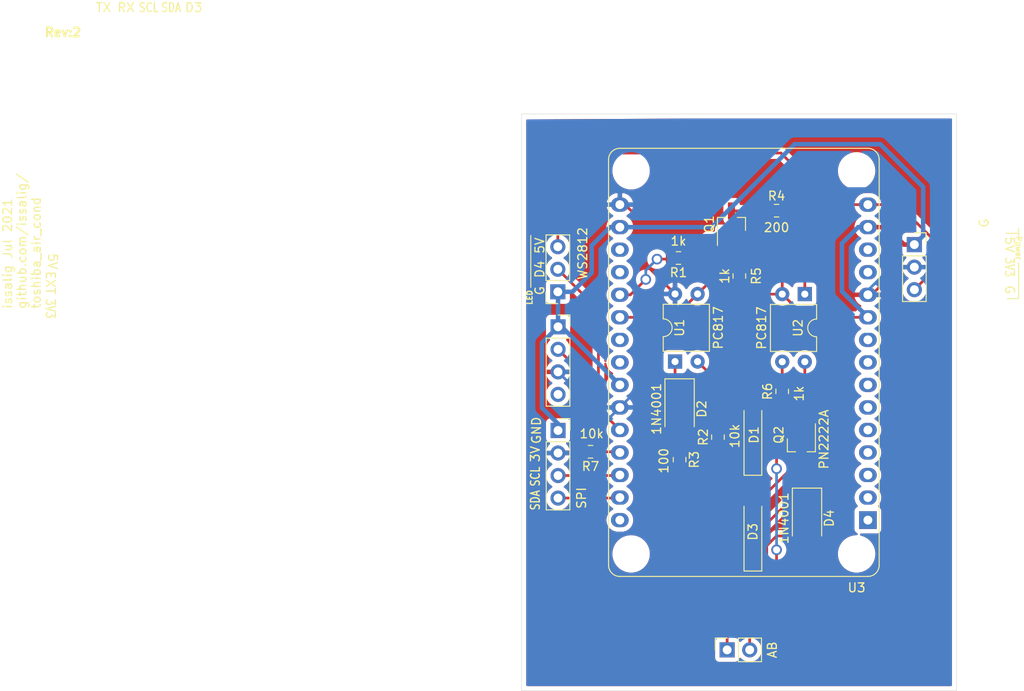
<source format=kicad_pcb>
(kicad_pcb (version 20211014) (generator pcbnew)
  (layers (0 "F.Cu" signal) (31 "B.Cu" signal) (34 "B.Paste" user) (35 "F.Paste" user) (36 "B.SilkS" user "B.Silkscreen") (37 "F.SilkS" user "F.Silkscreen") (38 "B.Mask" user) (39 "F.Mask" user) (44 "Edge.Cuts" user))
  (net 0 "")
  (net 1 "B")
  (net 2 "Net-(D1-Pad1)")
  (net 3 "Net-(D2-Pad1)")
  (net 4 "Net-(D2-Pad2)")
  (net 5 "Net-(D3-Pad1)")
  (net 6 "Net-(D3-Pad2)")
  (net 7 "A")
  (net 8 "3V3")
  (net 9 "GND")
  (net 10 "SCL")
  (net 11 "SDA")
  (net 12 "5V")
  (net 13 "D3")
  (net 14 "ESP_TX")
  (net 15 "ESP_RX")
  (net 16 "D4")
  (net 17 "RST")
  (net 18 "A0")
  (net 19 "D0")
  (net 20 "D5")
  (net 21 "D6")
  (net 22 "D7")
  (net 23 "D8")
  (net 24 "Net-(Q1-Pad2)")
  (net 25 "Net-(Q1-Pad3)")
  (net 26 "Net-(Q2-Pad2)")
  (net 27 "Net-(R6-Pad2)")
  (footprint "Connector_PinSocket_2.54mm:PinSocket_1x02_P2.54mm_Vertical" (layer "F.Cu") (at 136.164 130.404 90)
    (fp_text reference "J4" hide)
    (fp_text value "AB" (at 0 5.08 90) (layer "F.SilkS"))
    (fp_line (start -1.33 1.27) (end 1.33 1.27) (layer "F.SilkS") (width 0.12))
    (fp_line (start 0 -1.33) (end 1.33 -1.33) (layer "F.SilkS") (width 0.12))
    (fp_line (start 1.33 -1.33) (end 1.33 0) (layer "F.SilkS") (width 0.12))
    (fp_line (start 1.33 1.27) (end 1.33 3.87) (layer "F.SilkS") (width 0.12))
    (fp_line (start -1.33 3.87) (end 1.33 3.87) (layer "F.SilkS") (width 0.12))
    (fp_line (start -1.33 1.27) (end -1.33 3.87) (layer "F.SilkS") (width 0.12))
    (pad "1" thru_hole rect locked (at 0 0 90) (size 1.7 1.7) (drill 1) (layers *.Cu *.Mask) (net 7 "A"))
    (pad "2" thru_hole oval locked (at 0 2.54 90) (size 1.7 1.7) (drill 1) (layers *.Cu *.Mask) (net 1 "B"))
  )
  (footprint "airpcb_smd:SOT-23_Reverse_Handsoldering" (layer "F.Cu") (at 136.652 82.423 90)
    (fp_text reference "Q1" (at 0 -2.5 90) (layer "F.SilkS"))
    (fp_text value "PN2222A")
    (fp_line (start 0.76 1.58) (end -0.7 1.58) (layer "F.SilkS") (width 0.12))
    (fp_line (start 0.76 -1.58) (end -2.4 -1.58) (layer "F.SilkS") (width 0.12))
    (fp_line (start 0.76 1.58) (end 0.76 0.65) (layer "F.SilkS") (width 0.12))
    (fp_line (start 0.76 -1.58) (end 0.76 -0.65) (layer "F.SilkS") (width 0.12))
    (pad "1" smd rect locked (at -1.5 0.95 90) (size 1.9 0.8) (layers "F.Cu" "F.Paste" "F.Mask") (net 9 "GND"))
    (pad "2" smd rect locked (at -1.5 -0.95 90) (size 1.9 0.8) (layers "F.Cu" "F.Paste" "F.Mask") (net 24 "Net-(Q1-Pad2)"))
    (pad "3" smd rect locked (at 1.5 0 90) (size 1.9 0.8) (layers "F.Cu" "F.Paste" "F.Mask") (net 25 "Net-(Q1-Pad3)"))
  )
  (footprint "airpcb_smd:SOT-23_Reverse_Handsoldering" (layer "F.Cu") (at 144.526 107.315 -90)
    (fp_text reference "Q2" (at -1.143 2.54 90) (layer "F.SilkS"))
    (fp_text value "PN2222A" (at -0.635 -2.54 90) (layer "F.SilkS"))
    (fp_line (start 0.76 1.58) (end -0.7 1.58) (layer "F.SilkS") (width 0.12))
    (fp_line (start 0.76 -1.58) (end -2.4 -1.58) (layer "F.SilkS") (width 0.12))
    (fp_line (start 0.76 1.58) (end 0.76 0.65) (layer "F.SilkS") (width 0.12))
    (fp_line (start 0.76 -1.58) (end 0.76 -0.65) (layer "F.SilkS") (width 0.12))
    (pad "1" smd rect locked (at -1.5 0.95 270) (size 1.9 0.8) (layers "F.Cu" "F.Paste" "F.Mask") (net 1 "B"))
    (pad "2" smd rect locked (at -1.5 -0.95 270) (size 1.9 0.8) (layers "F.Cu" "F.Paste" "F.Mask") (net 26 "Net-(Q2-Pad2)"))
    (pad "3" smd rect locked (at 1.5 0 270) (size 1.9 0.8) (layers "F.Cu" "F.Paste" "F.Mask") (net 6 "Net-(D3-Pad2)"))
  )
  (footprint "Package_DIP:DIP-4_W7.62mm" (layer "F.Cu") (at 130.297 97.907 90)
    (fp_text reference "U1" (at 3.81 0.508 90) (layer "F.SilkS"))
    (fp_text value "PC817" (at 3.81 4.87 90) (layer "F.SilkS"))
    (fp_line (start 1.16 -1.33) (end 1.16 3.87) (layer "F.SilkS") (width 0.12))
    (fp_line (start 1.16 3.87) (end 6.46 3.87) (layer "F.SilkS") (width 0.12))
    (fp_line (start 2.81 -1.33) (end 1.16 -1.33) (layer "F.SilkS") (width 0.12))
    (fp_line (start 6.46 -1.33) (end 4.81 -1.33) (layer "F.SilkS") (width 0.12))
    (fp_line (start 6.46 3.87) (end 6.46 -1.33) (layer "F.SilkS") (width 0.12))
    (fp_arc (start 4.81 -1.33) (mid 3.81 -0.33) (end 2.81 -1.33) (layer "F.SilkS") (width 0.12))
    (pad "1" thru_hole rect locked (at 0 0 90) (size 1.6 1.6) (drill 0.8) (layers *.Cu *.Mask) (net 3 "Net-(D2-Pad1)"))
    (pad "2" thru_hole oval locked (at 0 2.54 90) (size 1.6 1.6) (drill 0.8) (layers *.Cu *.Mask) (net 2 "Net-(D1-Pad1)"))
    (pad "3" thru_hole oval locked (at 7.62 2.54 90) (size 1.6 1.6) (drill 0.8) (layers *.Cu *.Mask) (net 22 "D7"))
    (pad "4" thru_hole oval locked (at 7.62 0 90) (size 1.6 1.6) (drill 0.8) (layers *.Cu *.Mask) (net 8 "3V3"))
  )
  (footprint "Connector_PinSocket_2.54mm:PinSocket_1x03_P2.54mm_Vertical" (layer "F.Cu") (at 157.251 84.724)
    (fp_text reference "J7" hide)
    (fp_text value "PWR")
    (fp_line (start 1.33 -1.33) (end 1.33 0) (layer "F.SilkS") (width 0.12))
    (fp_line (start -1.33 6.41) (end 1.33 6.41) (layer "F.SilkS") (width 0.12))
    (fp_line (start -1.33 1.27) (end -1.33 6.41) (layer "F.SilkS") (width 0.12))
    (fp_line (start 1.33 1.27) (end 1.33 6.41) (layer "F.SilkS") (width 0.12))
    (fp_line (start -1.33 1.27) (end 1.33 1.27) (layer "F.SilkS") (width 0.12))
    (fp_line (start 0 -1.33) (end 1.33 -1.33) (layer "F.SilkS") (width 0.12))
    (pad "1" thru_hole rect locked (at 0 0) (size 1.7 1.7) (drill 1) (layers *.Cu *.Mask) (net 9 "GND"))
    (pad "2" thru_hole oval locked (at 0 2.54) (size 1.7 1.7) (drill 1) (layers *.Cu *.Mask) (net 8 "3V3"))
    (pad "3" thru_hole oval locked (at 0 5.08) (size 1.7 1.7) (drill 1) (layers *.Cu *.Mask) (net 12 "5V"))
  )
  (footprint "Resistor_SMD:R_0805_2012Metric" (layer "F.Cu") (at 130.81 108.966 -90)
    (fp_text reference "R3" (at 0 -1.65 90) (layer "F.SilkS"))
    (fp_text value "100" (at 0.127 1.778 90) (layer "F.SilkS"))
    (fp_line (start -0.258578 0.71) (end 0.258578 0.71) (layer "F.SilkS") (width 0.12))
    (fp_line (start -0.258578 -0.71) (end 0.258578 -0.71) (layer "F.SilkS") (width 0.12))
    (pad "1" smd roundrect locked (at -0.9375 0 270) (size 0.975 1.4) (layers "F.Cu" "F.Paste" "F.Mask") (net 4 "Net-(D2-Pad2)"))
    (pad "2" smd roundrect locked (at 0.9375 0 270) (size 0.975 1.4) (layers "F.Cu" "F.Paste" "F.Mask") (net 7 "A"))
  )
  (footprint "Resistor_SMD:R_0805_2012Metric" (layer "F.Cu") (at 135.128 106.426 90)
    (fp_text reference "R2" (at 0 -1.65 90) (layer "F.SilkS"))
    (fp_text value "10k" (at 0.127 1.905 90) (layer "F.SilkS"))
    (fp_line (start -0.258578 0.71) (end 0.258578 0.71) (layer "F.SilkS") (width 0.12))
    (fp_line (start -0.258578 -0.71) (end 0.258578 -0.71) (layer "F.SilkS") (width 0.12))
    (pad "1" smd roundrect locked (at -0.9375 0 90) (size 0.975 1.4) (layers "F.Cu" "F.Paste" "F.Mask") (net 7 "A"))
    (pad "2" smd roundrect locked (at 0.9375 0 90) (size 0.975 1.4) (layers "F.Cu" "F.Paste" "F.Mask") (net 2 "Net-(D1-Pad1)"))
  )
  (footprint "Diode_SMD:D_MiniMELF_Handsoldering" (layer "F.Cu") (at 139.065 106.172 90)
    (fp_text reference "D1" (at 0 0.127 90) (layer "F.SilkS"))
    (fp_text value "13")
    (fp_line (start 2.75 -1) (end -4.55 -1) (layer "F.SilkS") (width 0.12))
    (fp_line (start -4.55 1) (end 2.75 1) (layer "F.SilkS") (width 0.12))
    (fp_line (start -4.55 -1) (end -4.55 1) (layer "F.SilkS") (width 0.12))
    (pad "1" smd rect locked (at -2.75 0 90) (size 3.3 1.7) (layers "F.Cu" "F.Paste" "F.Mask") (net 2 "Net-(D1-Pad1)"))
    (pad "2" smd rect locked (at 2.75 0 90) (size 3.3 1.7) (layers "F.Cu" "F.Paste" "F.Mask") (net 1 "B"))
  )
  (footprint "Connector_PinSocket_2.54mm:PinSocket_1x03_P2.54mm_Vertical" (layer "F.Cu") (at 117.094 90.043 180)
    (fp_text reference "J8" hide)
    (fp_text value "WS2812" (at -2.794 4.318 90) (layer "F.SilkS"))
    (fp_line (start 1.33 -1.33) (end 1.33 0) (layer "F.SilkS") (width 0.12))
    (fp_line (start -1.33 1.27) (end -1.33 6.41) (layer "F.SilkS") (width 0.12))
    (fp_line (start -1.33 1.27) (end 1.33 1.27) (layer "F.SilkS") (width 0.12))
    (fp_line (start -1.33 6.41) (end 1.33 6.41) (layer "F.SilkS") (width 0.12))
    (fp_line (start 0 -1.33) (end 1.33 -1.33) (layer "F.SilkS") (width 0.12))
    (fp_line (start 1.33 1.27) (end 1.33 6.41) (layer "F.SilkS") (width 0.12))
    (pad "1" thru_hole rect locked (at 0 0 180) (size 1.7 1.7) (drill 1) (layers *.Cu *.Mask) (net 9 "GND"))
    (pad "2" thru_hole oval locked (at 0 2.54 180) (size 1.7 1.7) (drill 1) (layers *.Cu *.Mask) (net 16 "D4"))
    (pad "3" thru_hole oval locked (at 0 5.08 180) (size 1.7 1.7) (drill 1) (layers *.Cu *.Mask) (net 12 "5V"))
  )
  (footprint "Resistor_SMD:R_0805_2012Metric" (layer "F.Cu") (at 130.683 86.233 180)
    (fp_text reference "R1" (at 0 -1.65) (layer "F.SilkS"))
    (fp_text value "1k" (at 0 1.905) (layer "F.SilkS"))
    (fp_line (start -0.258578 0.71) (end 0.258578 0.71) (layer "F.SilkS") (width 0.12))
    (fp_line (start -0.258578 -0.71) (end 0.258578 -0.71) (layer "F.SilkS") (width 0.12))
    (pad "1" smd roundrect locked (at -0.9375 0 180) (size 0.975 1.4) (layers "F.Cu" "F.Paste" "F.Mask") (net 24 "Net-(Q1-Pad2)"))
    (pad "2" smd roundrect locked (at 0.9375 0 180) (size 0.975 1.4) (layers "F.Cu" "F.Paste" "F.Mask") (net 23 "D8"))
  )
  (footprint "Resistor_SMD:R_0805_2012Metric" (layer "F.Cu") (at 142.367 101.2675 90)
    (fp_text reference "R6" (at 0 -1.65 90) (layer "F.SilkS"))
    (fp_text value "1k" (at -0.254 1.905 90) (layer "F.SilkS"))
    (fp_line (start -0.258578 -0.71) (end 0.258578 -0.71) (layer "F.SilkS") (width 0.12))
    (fp_line (start -0.258578 0.71) (end 0.258578 0.71) (layer "F.SilkS") (width 0.12))
    (pad "1" smd roundrect locked (at -0.9375 0 90) (size 0.975 1.4) (layers "F.Cu" "F.Paste" "F.Mask") (net 26 "Net-(Q2-Pad2)"))
    (pad "2" smd roundrect locked (at 0.9375 0 90) (size 0.975 1.4) (layers "F.Cu" "F.Paste" "F.Mask") (net 27 "Net-(R6-Pad2)"))
  )
  (footprint "Diode_SMD:D_SMA" (layer "F.Cu") (at 130.81 103.251 -90)
    (fp_text reference "D2" (at 0 -2.5 90) (layer "F.SilkS"))
    (fp_text value "1N4001" (at 0 2.6 90) (layer "F.SilkS"))
    (fp_line (start -3.4 -1.65) (end -3.4 1.65) (layer "F.SilkS") (width 0.12))
    (fp_line (start -3.4 -1.65) (end 2 -1.65) (layer "F.SilkS") (width 0.12))
    (fp_line (start -3.4 1.65) (end 2 1.65) (layer "F.SilkS") (width 0.12))
    (pad "1" smd rect locked (at -2 0 270) (size 2.5 1.8) (layers "F.Cu" "F.Paste" "F.Mask") (net 3 "Net-(D2-Pad1)"))
    (pad "2" smd rect locked (at 2 0 270) (size 2.5 1.8) (layers "F.Cu" "F.Paste" "F.Mask") (net 4 "Net-(D2-Pad2)"))
  )
  (footprint "Resistor_SMD:R_0805_2012Metric" (layer "F.Cu") (at 120.777 108.077 180)
    (fp_text reference "R7" (at 0 -1.65) (layer "F.SilkS"))
    (fp_text value "10k" (at -0.127 2.032) (layer "F.SilkS"))
    (fp_line (start -0.258578 -0.71) (end 0.258578 -0.71) (layer "F.SilkS") (width 0.12))
    (fp_line (start -0.258578 0.71) (end 0.258578 0.71) (layer "F.SilkS") (width 0.12))
    (pad "1" smd roundrect locked (at -0.9375 0 180) (size 0.975 1.4) (layers "F.Cu" "F.Paste" "F.Mask") (net 13 "D3"))
    (pad "2" smd roundrect locked (at 0.9375 0 180) (size 0.975 1.4) (layers "F.Cu" "F.Paste" "F.Mask") (net 8 "3V3"))
  )
  (footprint "Connector_PinSocket_2.54mm:PinSocket_1x04_P2.54mm_Vertical" (layer "F.Cu") (at 117.119 93.99)
    (fp_text reference "J2" hide)
    (fp_text value "DHT")
    (fp_line (start 1.33 -1.33) (end 1.33 0) (layer "F.SilkS") (width 0.12))
    (fp_line (start 1.33 1.27) (end 1.33 8.95) (layer "F.SilkS") (width 0.12))
    (fp_line (start 0 -1.33) (end 1.33 -1.33) (layer "F.SilkS") (width 0.12))
    (fp_line (start -1.33 1.27) (end -1.33 8.95) (layer "F.SilkS") (width 0.12))
    (fp_line (start -1.33 8.95) (end 1.33 8.95) (layer "F.SilkS") (width 0.12))
    (fp_line (start -1.33 1.27) (end 1.33 1.27) (layer "F.SilkS") (width 0.12))
    (pad "1" thru_hole rect locked (at 0 0) (size 1.7 1.7) (drill 1) (layers *.Cu *.Mask) (net 9 "GND"))
    (pad "2" thru_hole oval locked (at 0 2.54) (size 1.7 1.7) (drill 1) (layers *.Cu *.Mask) (net 13 "D3"))
    (pad "3" thru_hole oval locked (at 0 5.08) (size 1.7 1.7) (drill 1) (layers *.Cu *.Mask) (net 8 "3V3"))
    (pad "4" thru_hole oval locked (at 0 7.62) (size 1.7 1.7) (drill 1) (layers *.Cu *.Mask))
  )
  (footprint "Diode_SMD:D_SMA" (layer "F.Cu") (at 145.161 115.57 -90)
    (fp_text reference "D4" (at 0 -2.5 90) (layer "F.SilkS"))
    (fp_text value "1N4001" (at 0 2.6 90) (layer "F.SilkS"))
    (fp_line (start -3.4 -1.65) (end 2 -1.65) (layer "F.SilkS") (width 0.12))
    (fp_line (start -3.4 1.65) (end 2 1.65) (layer "F.SilkS") (width 0.12))
    (fp_line (start -3.4 -1.65) (end -3.4 1.65) (layer "F.SilkS") (width 0.12))
    (pad "1" smd rect locked (at -2 0 270) (size 2.5 1.8) (layers "F.Cu" "F.Paste" "F.Mask") (net 5 "Net-(D3-Pad1)"))
    (pad "2" smd rect locked (at 2 0 270) (size 2.5 1.8) (layers "F.Cu" "F.Paste" "F.Mask") (net 7 "A"))
  )
  (footprint "Connector_PinSocket_2.54mm:PinSocket_1x04_P2.54mm_Vertical" (layer "F.Cu") (at 117.119 105.674)
    (fp_text reference "J1" hide)
    (fp_text value "SPI" (at 2.642 7.61 270) (layer "F.SilkS"))
    (fp_line (start 1.33 -1.33) (end 1.33 0) (layer "F.SilkS") (width 0.12))
    (fp_line (start -1.33 1.27) (end -1.33 8.95) (layer "F.SilkS") (width 0.12))
    (fp_line (start -1.33 8.95) (end 1.33 8.95) (layer "F.SilkS") (width 0.12))
    (fp_line (start 1.33 1.27) (end 1.33 8.95) (layer "F.SilkS") (width 0.12))
    (fp_line (start 0 -1.33) (end 1.33 -1.33) (layer "F.SilkS") (width 0.12))
    (fp_line (start -1.33 1.27) (end 1.33 1.27) (layer "F.SilkS") (width 0.12))
    (pad "1" thru_hole rect locked (at 0 0) (size 1.7 1.7) (drill 1) (layers *.Cu *.Mask) (net 9 "GND"))
    (pad "2" thru_hole oval locked (at 0 2.54) (size 1.7 1.7) (drill 1) (layers *.Cu *.Mask) (net 8 "3V3"))
    (pad "3" thru_hole oval locked (at 0 5.08) (size 1.7 1.7) (drill 1) (layers *.Cu *.Mask) (net 10 "SCL"))
    (pad "4" thru_hole oval locked (at 0 7.62) (size 1.7 1.7) (drill 1) (layers *.Cu *.Mask) (net 11 "SDA"))
  )
  (footprint "Resistor_SMD:R_0805_2012Metric" (layer "F.Cu") (at 141.732 80.899)
    (fp_text reference "R4" (at 0 -1.65) (layer "F.SilkS"))
    (fp_text value "200" (at 0 1.905) (layer "F.SilkS"))
    (fp_line (start -0.258578 0.71) (end 0.258578 0.71) (layer "F.SilkS") (width 0.12))
    (fp_line (start -0.258578 -0.71) (end 0.258578 -0.71) (layer "F.SilkS") (width 0.12))
    (pad "1" smd roundrect locked (at -0.9375 0) (size 0.975 1.4) (layers "F.Cu" "F.Paste" "F.Mask") (net 25 "Net-(Q1-Pad3)"))
    (pad "2" smd roundrect locked (at 0.9375 0) (size 0.975 1.4) (layers "F.Cu" "F.Paste" "F.Mask") (net 8 "3V3"))
  )
  (footprint "nodemcu:NodeMCU_ESP-12E_WithMountingHoles" (layer "F.Cu") (at 152.019 115.7785 180)
    (fp_text reference "U3" (at 1.27 -7.62) (layer "F.SilkS"))
    (fp_text value "NodeMCU_ESP-12E")
    (fp_line (start 27.94 -6.35) (end 0 -6.35) (layer "F.SilkS") (width 0.12))
    (fp_line (start 29.21 -5.08) (end 29.21 40.64) (layer "F.SilkS") (width 0.12))
    (fp_line (start 27.95 41.91) (end 0 41.91) (layer "F.SilkS") (width 0.12))
    (fp_line (start -1.27 -5.08) (end -1.27 40.64) (layer "F.SilkS") (width 0.12))
    (fp_arc (start 27.94 -6.35) (mid 28.838026 -5.978026) (end 29.21 -5.08) (layer "F.SilkS") (width 0.12))
    (fp_arc (start -1.27 -5.08) (mid -0.898026 -5.978026) (end 0 -6.35) (layer "F.SilkS") (width 0.12))
    (fp_arc (start 29.21 40.64) (mid 28.841554 41.534483) (end 27.95 41.909961) (layer "F.SilkS") (width 0.12))
    (fp_arc (start 0 41.91) (mid -0.898026 41.538026) (end -1.27 40.64) (layer "F.SilkS") (width 0.12))
    (pad "" np_thru_hole circle locked (at 26.67 39.37 270) (size 3.2 3.2) (drill 3.2) (layers *.Cu *.Mask))
    (pad "" np_thru_hole circle locked (at 26.67 -3.81 270) (size 3.2 3.2) (drill 3.2) (layers *.Cu *.Mask))
    (pad "" np_thru_hole circle locked (at 1.27 39.37 270) (size 3.2 3.2) (drill 3.2) (layers *.Cu *.Mask))
    (pad "" np_thru_hole circle locked (at 1.27 -3.81 270) (size 3.2 3.2) (drill 3.2) (layers *.Cu *.Mask))
    (pad "1" thru_hole rect locked (at 0 0 180) (size 2 2) (drill 1) (layers *.Cu *.Mask))
    (pad "2" thru_hole oval locked (at 0 2.54 180) (size 2 1.6) (drill 1) (layers *.Cu *.Mask) (net 18 "A0"))
    (pad "3" thru_hole oval locked (at 0 5.08 180) (size 2 1.6) (drill 1) (layers *.Cu *.Mask))
    (pad "4" thru_hole oval locked (at 0 7.62 180) (size 2 1.6) (drill 1) (layers *.Cu *.Mask))
    (pad "5" thru_hole oval locked (at 0 10.16 180) (size 2 1.6) (drill 1) (layers *.Cu *.Mask))
    (pad "6" thru_hole oval locked (at 0 12.7 180) (size 2 1.6) (drill 1) (layers *.Cu *.Mask))
    (pad "7" thru_hole oval locked (at 0 15.24 180) (size 2 1.6) (drill 1) (layers *.Cu *.Mask))
    (pad "8" thru_hole oval locked (at 0 17.78 180) (size 2 1.6) (drill 1) (layers *.Cu *.Mask))
    (pad "9" thru_hole oval locked (at 0 20.32 180) (size 2 1.6) (drill 1) (layers *.Cu *.Mask))
    (pad "10" thru_hole oval locked (at 0 22.86 180) (size 2 1.6) (drill 1) (layers *.Cu *.Mask) (net 9 "GND"))
    (pad "11" thru_hole oval locked (at 0 25.4 180) (size 2 1.6) (drill 1) (layers *.Cu *.Mask) (net 8 "3V3"))
    (pad "12" thru_hole oval locked (at 0 27.94 180) (size 2 1.6) (drill 1) (layers *.Cu *.Mask))
    (pad "13" thru_hole oval locked (at 0 30.48 180) (size 2 1.6) (drill 1) (layers *.Cu *.Mask) (net 17 "RST"))
    (pad "14" thru_hole oval locked (at 0 33.02 180) (size 2 1.6) (drill 1) (layers *.Cu *.Mask) (net 9 "GND"))
    (pad "15" thru_hole oval locked (at 0 35.56 180) (size 2 1.6) (drill 1) (layers *.Cu *.Mask) (net 12 "5V"))
    (pad "16" thru_hole oval locked (at 27.94 35.56 180) (size 2 1.6) (drill 1) (layers *.Cu *.Mask) (net 8 "3V3"))
    (pad "17" thru_hole oval locked (at 27.94 33.02 180) (size 2 1.6) (drill 1) (layers *.Cu *.Mask) (net 9 "GND"))
    (pad "18" thru_hole oval locked (at 27.94 30.48 180) (size 2 1.6) (drill 1) (layers *.Cu *.Mask) (net 14 "ESP_TX"))
    (pad "19" thru_hole oval locked (at 27.94 27.94 180) (size 2 1.6) (drill 1) (layers *.Cu *.Mask) (net 15 "ESP_RX"))
    (pad "20" thru_hole oval locked (at 27.94 25.4 180) (size 2 1.6) (drill 1) (layers *.Cu *.Mask) (net 23 "D8"))
    (pad "21" thru_hole oval locked (at 27.94 22.86 180) (size 2 1.6) (drill 1) (layers *.Cu *.Mask) (net 22 "D7"))
    (pad "22" thru_hole oval locked (at 27.94 20.32 180) (size 2 1.6) (drill 1) (layers *.Cu *.Mask) (net 21 "D6"))
    (pad "23" thru_hole oval locked (at 27.94 17.78 180) (size 2 1.6) (drill 1) (layers *.Cu *.Mask) (net 20 "D5"))
    (pad "24" thru_hole oval locked (at 27.94 15.24 180) (size 2 1.6) (drill 1) (layers *.Cu *.Mask) (net 9 "GND"))
    (pad "25" thru_hole oval locked (at 27.94 12.7 180) (size 2 1.6) (drill 1) (layers *.Cu *.Mask) (net 8 "3V3"))
    (pad "26" thru_hole oval locked (at 27.94 10.16 180) (size 2 1.6) (drill 1) (layers *.Cu *.Mask) (net 16 "D4"))
    (pad "27" thru_hole oval locked (at 27.94 7.62 180) (size 2 1.6) (drill 1) (layers *.Cu *.Mask) (net 13 "D3"))
    (pad "28" thru_hole oval locked (at 27.94 5.08 180) (size 2 1.6) (drill 1) (layers *.Cu *.Mask) (net 10 "SCL"))
    (pad "29" thru_hole oval locked (at 27.94 2.54 180) (size 2 1.6) (drill 1) (layers *.Cu *.Mask) (net 11 "SDA"))
    (pad "30" thru_hole oval locked (at 27.94 0 180) (size 2 1.6) (drill 1) (layers *.Cu *.Mask) (net 19 "D0"))
  )
  (footprint "Diode_SMD:D_MiniMELF_Handsoldering" (layer "F.Cu") (at 139.065 116.967 90)
    (fp_text reference "D3" (at -0.127 0 90) (layer "F.SilkS"))
    (fp_text value "13")
    (fp_line (start -4.55 -1) (end -4.55 1) (layer "F.SilkS") (width 0.12))
    (fp_line (start -4.55 1) (end 2.75 1) (layer "F.SilkS") (width 0.12))
    (fp_line (start 2.75 -1) (end -4.55 -1) (layer "F.SilkS") (width 0.12))
    (pad "1" smd rect locked (at -2.75 0 90) (size 3.3 1.7) (layers "F.Cu" "F.Paste" "F.Mask") (net 5 "Net-(D3-Pad1)"))
    (pad "2" smd rect locked (at 2.75 0 90) (size 3.3 1.7) (layers "F.Cu" "F.Paste" "F.Mask") (net 6 "Net-(D3-Pad2)"))
  )
  (footprint "Resistor_SMD:R_0805_2012Metric" (layer "F.Cu") (at 137.541 88.265 -90)
    (fp_text reference "R5" (at 0 -1.905 90) (layer "F.SilkS"))
    (fp_text value "1k" (at 0 1.651 90) (layer "F.SilkS"))
    (fp_line (start -0.258578 -0.71) (end 0.258578 -0.71) (layer "F.SilkS") (width 0.12))
    (fp_line (start -0.258578 0.71) (end 0.258578 0.71) (layer "F.SilkS") (width 0.12))
    (pad "1" smd roundrect locked (at -0.9375 0 270) (size 0.975 1.4) (layers "F.Cu" "F.Paste" "F.Mask") (net 22 "D7"))
    (pad "2" smd roundrect locked (at 0.9375 0 270) (size 0.975 1.4) (layers "F.Cu" "F.Paste" "F.Mask") (net 9 "GND"))
  )
  (footprint "Package_DIP:DIP-4_W7.62mm" (layer "F.Cu") (at 144.912 90.307 -90)
    (fp_text reference "U2" (at 3.81 0.762 90) (layer "F.SilkS"))
    (fp_text value "PC817" (at 3.81 4.87 90) (layer "F.SilkS"))
    (fp_line (start 6.46 -1.33) (end 4.81 -1.33) (layer "F.SilkS") (width 0.12))
    (fp_line (start 1.16 -1.33) (end 1.16 3.87) (layer "F.SilkS") (width 0.12))
    (fp_line (start 2.81 -1.33) (end 1.16 -1.33) (layer "F.SilkS") (width 0.12))
    (fp_line (start 1.16 3.87) (end 6.46 3.87) (layer "F.SilkS") (width 0.12))
    (fp_line (start 6.46 3.87) (end 6.46 -1.33) (layer "F.SilkS") (width 0.12))
    (fp_arc (start 4.81 -1.33) (mid 3.81 -0.33) (end 2.81 -1.33) (layer "F.SilkS") (width 0.12))
    (pad "1" thru_hole rect locked (at 0 0 270) (size 1.6 1.6) (drill 0.8) (layers *.Cu *.Mask) (net 25 "Net-(Q1-Pad3)"))
    (pad "2" thru_hole oval locked (at 0 2.54 270) (size 1.6 1.6) (drill 0.8) (layers *.Cu *.Mask) (net 9 "GND"))
    (pad "3" thru_hole oval locked (at 7.62 2.54 270) (size 1.6 1.6) (drill 0.8) (layers *.Cu *.Mask) (net 27 "Net-(R6-Pad2)"))
    (pad "4" thru_hole oval locked (at 7.62 0 270) (size 1.6 1.6) (drill 0.8) (layers *.Cu *.Mask) (net 5 "Net-(D3-Pad1)"))
  )
  (gr_line (start 114.046 83.693) (end 114.046 89.535) (layer "F.SilkS") (width 0.12))
  (gr_line (start 169 82.946) (end 169 83.454) (layer "F.SilkS") (width 0.12))
  (gr_line (start 169 90.82) (end 167.73 90.82) (layer "F.SilkS") (width 0.12))
  (gr_line (start 169 86.756) (end 169 90.82) (layer "F.SilkS") (width 0.12))
  (gr_line (start 169 83.454) (end 167.603 83.454) (layer "F.SilkS") (width 0.12))
  (gr_line (start 169 83.454) (end 169 83.708) (layer "F.SilkS") (width 0.12))
  (gr_line (start 113 70) (end 162 70) (layer "Edge.Cuts") (width 0.05))
  (gr_line (start 113 135) (end 113 70) (layer "Edge.Cuts") (width 0.05))
  (gr_line (start 162 70) (end 162 135) (layer "Edge.Cuts") (width 0.05))
  (gr_line (start 162 135) (end 113 135) (layer "Edge.Cuts") (width 0.05))
  (gr_text "G" (at 165.1 82.296 90) (layer "F.SilkS") (effects (font (size 1 1))))
  (gr_text "issalig Jul 2021\ngithub.com/issalig/\ntoshiba_air_cond" (at 56.719 92.045 90) (layer "F.SilkS") (effects (font (size 1 1)) (justify left)))
  (gr_text "G" (at 167.984 89.804 270) (layer "F.SilkS") (effects (font (size 1 1))))
  (gr_text "SDA" (at 114.554 113.538 90) (layer "F.SilkS") (effects (font (size 1 0.8))))
  (gr_text "G" (at 115.062 89.916 90) (layer "F.SilkS") (effects (font (size 1 1))))
  (gr_text "5V" (at 115.062 84.836 90) (layer "F.SilkS") (effects (font (size 1 1))))
  (gr_text "D4" (at 115.062 87.503 90) (layer "F.SilkS") (effects (font (size 1 1))))
  (gr_text "GND" (at 114.681 105.664 90) (layer "F.SilkS") (effects (font (size 1 1))))
  (gr_text "3V" (at 114.554 108.331 90) (layer "F.SilkS") (effects (font (size 1 1))))
  (gr_text "SCL" (at 114.554 110.871 90) (layer "F.SilkS") (effects (font (size 1 0.8))))
  (gr_text "5V" (at 167.984 84.724 270) (layer "F.SilkS") (effects (font (size 1 1))))
  (gr_text "3V3" (at 167.984 87.264 270) (layer "F.SilkS") (effects (font (size 1 0.8))))
  (gr_text "D3" (at 76.08 58) (layer "F.SilkS") (effects (font (size 1 1))))
  (gr_text "SDA" (at 73.54 58) (layer "F.SilkS") (effects (font (size 1 0.8))))
  (gr_text "SCL" (at 71 58) (layer "F.SilkS") (effects (font (size 1 0.8))))
  (gr_text "RX" (at 68.46 58) (layer "F.SilkS") (effects (font (size 1 1))))
  (gr_text "TX" (at 65.92 58) (layer "F.SilkS") (effects (font (size 1 1))))
  (gr_text "3V3" (at 59.944 91.948 270) (layer "F.SilkS") (effects (font (size 1 0.8))))
  (gr_text "5V" (at 60.198 86.614 270) (layer "F.SilkS") (effects (font (size 1 1))))
  (gr_text "Rev:2" (at 61.348 60.794) (layer "F.SilkS") (effects (font (size 1 1) (thickness 0.25))))
  (gr_text "EXT" (at 59.944 89.027 270) (layer "F.SilkS") (effects (font (size 1 1))))
  (gr_text "Power" (at 169 85.105 270) (layer "F.SilkS") (effects (font (size 0.6 0.6))))
  (gr_text "LED" (at 113.919 90.678 90) (layer "F.SilkS") (effects (font (size 0.6 0.6))))
  (segment (start 141.732 109.982) (end 141.732 108.204) (width 0.3048) (layer "F.Cu") (net 1))
  (segment (start 141.732 121.92) (end 141.732 119.126) (width 0.3048) (layer "F.Cu") (net 1))
  (segment (start 138.704 130.404) (end 138.704 124.948) (width 0.3048) (layer "F.Cu") (net 1))
  (segment (start 141.183 103.422) (end 143.576 105.815) (width 0.3048) (layer "F.Cu") (net 1))
  (segment (start 139.065 103.422) (end 141.183 103.422) (width 0.3048) (layer "F.Cu") (net 1))
  (segment (start 138.704 124.948) (end 141.732 121.92) (width 0.3048) (layer "F.Cu") (net 1))
  (segment (start 141.732 108.204) (end 143.576 106.36) (width 0.3048) (layer "F.Cu") (net 1))
  (segment (start 143.576 106.36) (end 143.576 105.815) (width 0.3048) (layer "F.Cu") (net 1))
  (via (at 141.732 119.126) (size 1.2) (drill 0.8) (layers "F.Cu" "B.Cu") (net 1))
  (via (at 141.732 109.982) (size 1.2) (drill 0.8) (layers "F.Cu" "B.Cu") (net 1))
  (segment (start 141.732 119.126) (end 141.732 109.982) (width 0.3048) (layer "B.Cu") (net 1))
  (segment (start 139.065 108.922) (end 137.878 108.922) (width 0.3048) (layer "F.Cu") (net 2))
  (segment (start 136.398 105.41) (end 135.2065 105.41) (width 0.3048) (layer "F.Cu") (net 2))
  (segment (start 132.837 97.907) (end 135.128 100.198) (width 0.3048) (layer "F.Cu") (net 2))
  (segment (start 135.2065 105.41) (end 135.128 105.4885) (width 0.3048) (layer "F.Cu") (net 2))
  (segment (start 137.16 106.172) (end 136.398 105.41) (width 0.3048) (layer "F.Cu") (net 2))
  (segment (start 135.128 100.198) (end 135.128 105.4885) (width 0.3048) (layer "F.Cu") (net 2))
  (segment (start 137.16 108.204) (end 137.16 106.172) (width 0.3048) (layer "F.Cu") (net 2))
  (segment (start 137.878 108.922) (end 137.16 108.204) (width 0.3048) (layer "F.Cu") (net 2))
  (segment (start 130.297 99.309) (end 130.297 97.907) (width 0.3048) (layer "F.Cu") (net 3))
  (segment (start 130.81 101.251) (end 130.81 99.822) (width 0.3048) (layer "F.Cu") (net 3))
  (segment (start 130.81 99.822) (end 130.297 99.309) (width 0.3048) (layer "F.Cu") (net 3))
  (segment (start 130.81 108.0285) (end 130.81 105.251) (width 0.3048) (layer "F.Cu") (net 4))
  (segment (start 139.065 119.717) (end 139.065 117.729) (width 0.3048) (layer "F.Cu") (net 5))
  (segment (start 139.065 117.729) (end 143.224 113.57) (width 0.3048) (layer "F.Cu") (net 5))
  (segment (start 144.912 97.927) (end 144.912 101.732) (width 0.3048) (layer "F.Cu") (net 5))
  (segment (start 147.066 109.474) (end 145.161 111.379) (width 0.3048) (layer "F.Cu") (net 5))
  (segment (start 143.224 113.57) (end 145.161 113.57) (width 0.3048) (layer "F.Cu") (net 5))
  (segment (start 144.912 101.732) (end 147.066 103.886) (width 0.3048) (layer "F.Cu") (net 5))
  (segment (start 145.161 111.379) (end 145.161 113.57) (width 0.3048) (layer "F.Cu") (net 5))
  (segment (start 147.066 103.886) (end 147.066 109.474) (width 0.3048) (layer "F.Cu") (net 5))
  (segment (start 139.124 114.217) (end 139.065 114.217) (width 0.3048) (layer "F.Cu") (net 6))
  (segment (start 144.526 108.815) (end 139.124 114.217) (width 0.3048) (layer "F.Cu") (net 6))
  (segment (start 135.128 107.3635) (end 135.128 108.712) (width 0.3048) (layer "F.Cu") (net 7))
  (segment (start 140.624489 121.757511) (end 136.164 126.218) (width 0.3048) (layer "F.Cu") (net 7))
  (segment (start 130.81 113.538) (end 136.164 118.892) (width 0.3048) (layer "F.Cu") (net 7))
  (segment (start 130.81 109.9035) (end 130.81 113.538) (width 0.3048) (layer "F.Cu") (net 7))
  (segment (start 141.721742 117.57) (end 140.624489 118.667253) (width 0.3048) (layer "F.Cu") (net 7))
  (segment (start 136.164 118.892) (end 136.164 126.726) (width 0.3048) (layer "F.Cu") (net 7))
  (segment (start 135.128 108.712) (end 133.9365 109.9035) (width 0.3048) (layer "F.Cu") (net 7))
  (segment (start 136.164 130.404) (end 136.164 126.726) (width 0.3048) (layer "F.Cu") (net 7))
  (segment (start 136.164 126.218) (end 136.164 126.726) (width 0.3048) (layer "F.Cu") (net 7))
  (segment (start 145.161 117.57) (end 141.721742 117.57) (width 0.3048) (layer "F.Cu") (net 7))
  (segment (start 133.9365 109.9035) (end 130.81 109.9035) (width 0.3048) (layer "F.Cu") (net 7))
  (segment (start 140.624489 118.667253) (end 140.624489 121.757511) (width 0.3048) (layer "F.Cu") (net 7))
  (segment (start 142.6695 83.6445) (end 149.4035 90.3785) (width 0.3048) (layer "F.Cu") (net 8))
  (segment (start 152.019 90.3785) (end 152.4455 90.3785) (width 0.3048) (layer "F.Cu") (net 8))
  (segment (start 149.4035 90.3785) (end 152.019 90.3785) (width 0.3048) (layer "F.Cu") (net 8))
  (segment (start 117.256 108.077) (end 117.119 108.214) (width 0.3048) (layer "F.Cu") (net 8))
  (segment (start 119.8395 108.077) (end 117.256 108.077) (width 0.3048) (layer "F.Cu") (net 8))
  (segment (start 142.6695 83.6445) (end 142.6695 80.899) (width 0.3048) (layer "F.Cu") (net 8))
  (segment (start 126.746 86.736) (end 126.746 82.296) (width 0.3048) (layer "F.Cu") (net 8))
  (segment (start 152.4455 90.3785) (end 155.56 87.264) (width 0.3048) (layer "F.Cu") (net 8))
  (segment (start 126.746 82.296) (end 124.6685 80.2185) (width 0.3048) (layer "F.Cu") (net 8))
  (segment (start 155.56 87.264) (end 157.251 87.264) (width 0.3048) (layer "F.Cu") (net 8))
  (segment (start 130.297 90.287) (end 126.746 86.736) (width 0.3048) (layer "F.Cu") (net 8))
  (segment (start 124.6685 80.2185) (end 124.079 80.2185) (width 0.3048) (layer "F.Cu") (net 8))
  (segment (start 140.537579 78.410421) (end 153.340421 78.410421) (width 0.3048) (layer "B.Cu") (net 8))
  (segment (start 117.119 108.214) (end 118.9435 108.214) (width 0.3048) (layer "B.Cu") (net 8))
  (segment (start 154.94 86.966612) (end 152.019 89.887612) (width 0.3048) (layer "B.Cu") (net 8))
  (segment (start 127.762 99.3955) (end 127.762 95.504) (width 0.3048) (layer "B.Cu") (net 8))
  (segment (start 130.297 88.651) (end 140.537579 78.410421) (width 0.3048) (layer "B.Cu") (net 8))
  (segment (start 118.9435 108.214) (end 124.079 103.0785) (width 0.3048) (layer "B.Cu") (net 8))
  (segment (start 124.079 103.0785) (end 121.1275 103.0785) (width 0.3048) (layer "B.Cu") (net 8))
  (segment (start 121.1275 103.0785) (end 117.119 99.07) (width 0.3048) (layer "B.Cu") (net 8))
  (segment (start 152.019 89.887612) (end 152.019 90.3785) (width 0.3048) (layer "B.Cu") (net 8))
  (segment (start 130.297 90.287) (end 130.297 88.651) (width 0.3048) (layer "B.Cu") (net 8))
  (segment (start 153.340421 78.410421) (end 154.94 80.01) (width 0.3048) (layer "B.Cu") (net 8))
  (segment (start 130.297 92.969) (end 130.297 90.287) (width 0.3048) (layer "B.Cu") (net 8))
  (segment (start 124.079 103.0785) (end 127.762 99.3955) (width 0.3048) (layer "B.Cu") (net 8))
  (segment (start 154.94 80.01) (end 154.94 86.966612) (width 0.3048) (layer "B.Cu") (net 8))
  (segment (start 127.762 95.504) (end 130.297 92.969) (width 0.3048) (layer "B.Cu") (net 8))
  (segment (start 138.6455 90.307) (end 142.372 90.307) (width 0.3048) (layer "F.Cu") (net 9))
  (segment (start 152.019 92.9185) (end 144.9835 92.9185) (width 0.3048) (layer "F.Cu") (net 9))
  (segment (start 154.1325 82.7585) (end 152.019 82.7585) (width 0.508) (layer "F.Cu") (net 9))
  (segment (start 137.541 89.2025) (end 138.6455 90.307) (width 0.3048) (layer "F.Cu") (net 9))
  (segment (start 142.372 90.307) (end 142.372 88.27) (width 0.3048) (layer "F.Cu") (net 9))
  (segment (start 142.372 88.27) (end 138.025 83.923) (width 0.3048) (layer "F.Cu") (net 9))
  (segment (start 156.098 84.724) (end 154.1325 82.7585) (width 0.508) (layer "F.Cu") (net 9))
  (segment (start 144.9835 92.9185) (end 142.372 90.307) (width 0.3048) (layer "F.Cu") (net 9))
  (segment (start 157.251 84.724) (end 156.098 84.724) (width 0.508) (layer "F.Cu") (net 9))
  (segment (start 138.025 83.923) (end 137.602 83.923) (width 0.3048) (layer "F.Cu") (net 9))
  (segment (start 117.119 93.99) (end 117.119 90.068) (width 0.508) (layer "B.Cu") (net 9))
  (segment (start 158.242 78.232) (end 158.242 83.733) (width 0.508) (layer "B.Cu") (net 9))
  (segment (start 120.904 84.836) (end 122.9815 82.7585) (width 0.508) (layer "B.Cu") (net 9))
  (segment (start 152.019 92.9185) (end 149.098 89.9975) (width 0.508) (layer "B.Cu") (net 9))
  (segment (start 117.5305 93.99) (end 124.079 100.5385) (width 0.508) (layer "B.Cu") (net 9))
  (segment (start 118.745 90.043) (end 120.904 87.884) (width 0.508) (layer "B.Cu") (net 9))
  (segment (start 149.098 84.582) (end 150.9215 82.7585) (width 0.508) (layer "B.Cu") (net 9))
  (segment (start 122.9815 82.7585) (end 124.079 82.7585) (width 0.508) (layer "B.Cu") (net 9))
  (segment (start 120.904 87.884) (end 120.904 84.836) (width 0.508) (layer "B.Cu") (net 9))
  (segment (start 143.764 73.406) (end 153.416 73.406) (width 0.508) (layer "B.Cu") (net 9))
  (segment (start 117.094 90.043) (end 118.745 90.043) (width 0.508) (layer "B.Cu") (net 9))
  (segment (start 115.316 95.793) (end 117.119 93.99) (width 0.508) (layer "B.Cu") (net 9))
  (segment (start 149.098 89.9975) (end 149.098 84.582) (width 0.508) (layer "B.Cu") (net 9))
  (segment (start 124.079 82.7585) (end 134.4115 82.7585) (width 0.508) (layer "B.Cu") (net 9))
  (segment (start 117.119 93.99) (end 117.5305 93.99) (width 0.508) (layer "B.Cu") (net 9))
  (segment (start 134.4115 82.7585) (end 143.764 73.406) (width 0.508) (layer "B.Cu") (net 9))
  (segment (start 117.119 90.068) (end 117.094 90.043) (width 0.508) (layer "B.Cu") (net 9))
  (segment (start 115.316 103.124) (end 115.316 95.793) (width 0.508) (layer "B.Cu") (net 9))
  (segment (start 153.416 73.406) (end 158.242 78.232) (width 0.508) (layer "B.Cu") (net 9))
  (segment (start 117.119 104.927) (end 115.316 103.124) (width 0.508) (layer "B.Cu") (net 9))
  (segment (start 150.9215 82.7585) (end 152.019 82.7585) (width 0.508) (layer "B.Cu") (net 9))
  (segment (start 117.119 105.674) (end 117.119 104.927) (width 0.508) (layer "B.Cu") (net 9))
  (segment (start 158.242 83.733) (end 157.251 84.724) (width 0.508) (layer "B.Cu") (net 9))
  (segment (start 124.0235 110.754) (end 124.079 110.6985) (width 0.3048) (layer "F.Cu") (net 10))
  (segment (start 117.119 110.754) (end 124.0235 110.754) (width 0.3048) (layer "F.Cu") (net 10))
  (segment (start 124.0235 113.294) (end 124.079 113.2385) (width 0.3048) (layer "F.Cu") (net 11))
  (segment (start 117.119 113.294) (end 124.0235 113.294) (width 0.3048) (layer "F.Cu") (net 11))
  (segment (start 155.460522 80.2185) (end 152.019 80.2185) (width 0.3048) (layer "F.Cu") (net 12))
  (segment (start 159.258 84.015978) (end 155.460522 80.2185) (width 0.3048) (layer "F.Cu") (net 12))
  (segment (start 157.251 89.804) (end 159.258 87.797) (width 0.3048) (layer "F.Cu") (net 12))
  (segment (start 159.258 87.797) (end 159.258 84.015978) (width 0.3048) (layer "F.Cu") (net 12))
  (segment (start 148.0365 80.2185) (end 152.019 80.2185) (width 0.3048) (layer "F.Cu") (net 12))
  (segment (start 123.713421 74.406579) (end 142.224579 74.406579) (width 0.3048) (layer "F.Cu") (net 12))
  (segment (start 142.224579 74.406579) (end 148.0365 80.2185) (width 0.3048) (layer "F.Cu") (net 12))
  (segment (start 117.094 81.026) (end 123.713421 74.406579) (width 0.3048) (layer "F.Cu") (net 12))
  (segment (start 117.094 84.963) (end 117.094 81.026) (width 0.3048) (layer "F.Cu") (net 12))
  (segment (start 121.92 107.8715) (end 121.7145 108.077) (width 0.3048) (layer "F.Cu") (net 13))
  (segment (start 123.9975 108.077) (end 124.079 108.1585) (width 0.3048) (layer "F.Cu") (net 13))
  (segment (start 121.7145 108.077) (end 123.9975 108.077) (width 0.3048) (layer "F.Cu") (net 13))
  (segment (start 120.904 105.41) (end 121.92 106.426) (width 0.3048) (layer "F.Cu") (net 13))
  (segment (start 121.92 106.426) (end 121.92 107.8715) (width 0.3048) (layer "F.Cu") (net 13))
  (segment (start 117.119 96.53) (end 120.904 100.315) (width 0.3048) (layer "F.Cu") (net 13))
  (segment (start 120.904 100.315) (end 120.904 105.41) (width 0.3048) (layer "F.Cu") (net 13))
  (segment (start 121.666 103.2055) (end 124.079 105.6185) (width 0.3048) (layer "F.Cu") (net 16))
  (segment (start 117.094 87.503) (end 121.666 92.075) (width 0.3048) (layer "F.Cu") (net 16))
  (segment (start 121.666 92.075) (end 121.666 103.2055) (width 0.3048) (layer "F.Cu") (net 16))
  (segment (start 124.079 92.9185) (end 130.2055 92.9185) (width 0.3048) (layer "F.Cu") (net 22))
  (segment (start 135.748 87.376) (end 137.4925 87.376) (width 0.3048) (layer "F.Cu") (net 22))
  (segment (start 137.4925 87.376) (end 137.541 87.3275) (width 0.3048) (layer "F.Cu") (net 22))
  (segment (start 130.2055 92.9185) (end 132.837 90.287) (width 0.3048) (layer "F.Cu") (net 22))
  (segment (start 132.837 90.287) (end 135.748 87.376) (width 0.3048) (layer "F.Cu") (net 22))
  (segment (start 125.2675 90.3785) (end 127 88.646) (width 0.3048) (layer "F.Cu") (net 23))
  (segment (start 124.079 90.3785) (end 125.2675 90.3785) (width 0.3048) (layer "F.Cu") (net 23))
  (segment (start 128.27 86.36) (end 129.6185 86.36) (width 0.3048) (layer "F.Cu") (net 23))
  (segment (start 129.6185 86.36) (end 129.7455 86.233) (width 0.3048) (layer "F.Cu") (net 23))
  (via (at 128.27 86.36) (size 1.2) (drill 0.8) (layers "F.Cu" "B.Cu") (net 23))
  (via (at 127 88.646) (size 1.2) (drill 0.8) (layers "F.Cu" "B.Cu") (net 23))
  (segment (start 127 88.646) (end 127 87.63) (width 0.3048) (layer "B.Cu") (net 23))
  (segment (start 127 87.63) (end 128.27 86.36) (width 0.3048) (layer "B.Cu") (net 23))
  (segment (start 133.9305 83.923) (end 135.702 83.923) (width 0.3048) (layer "F.Cu") (net 24))
  (segment (start 131.6205 86.233) (end 133.9305 83.923) (width 0.3048) (layer "F.Cu") (net 24))
  (segment (start 144.912 88.524) (end 140.7945 84.4065) (width 0.3048) (layer "F.Cu") (net 25))
  (segment (start 144.912 90.307) (end 144.912 88.524) (width 0.3048) (layer "F.Cu") (net 25))
  (segment (start 140.7945 80.899) (end 140.7705 80.923) (width 0.3048) (layer "F.Cu") (net 25))
  (segment (start 140.7705 80.923) (end 136.652 80.923) (width 0.3048) (layer "F.Cu") (net 25))
  (segment (start 140.7945 84.4065) (end 140.7945 80.899) (width 0.3048) (layer "F.Cu") (net 25))
  (segment (start 142.367 102.205) (end 145.476 105.314) (width 0.3048) (layer "F.Cu") (net 26))
  (segment (start 145.476 105.314) (end 145.476 105.815) (width 0.3048) (layer "F.Cu") (net 26))
  (segment (start 142.367 100.33) (end 142.367 97.932) (width 0.3048) (layer "F.Cu") (net 27))
  (segment (start 142.367 97.932) (end 142.372 97.927) (width 0.3048) (layer "F.Cu") (net 27))
  (zone (net 8) (net_name "3V3") (layers F&B.Cu) (connect_pads (clearance 0.508)) (min_thickness 0.254) (fill yes (thermal_gap 0.508) (thermal_bridge_width 0.508) (island_removal_mode 1) (island_area_min 0))
    (polygon (pts (xy 161.544 134.62) (xy 113.538 134.62) (xy 113.538 70.612) (xy 161.544 70.358)))
  )
)
</source>
